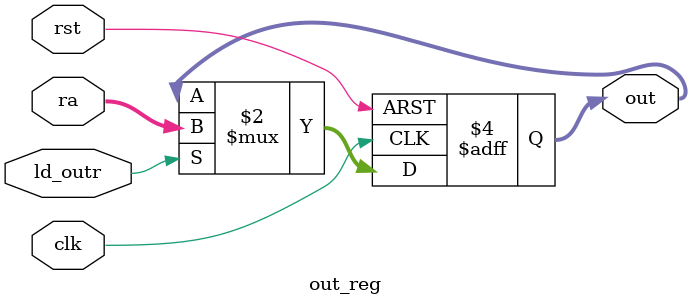
<source format=v>
/* 16bit Output Register (DFF) */

module out_reg (clk, rst, ra, ld_outr, out);
   input clk, rst;
   input ld_outr;
   input [15:0] ra;
   wire [15:0] 	ra;
   output [15:0] out;
   reg [15:0] 	 out;
   //wire	[15:0]	ir_out;
   
   always @(posedge rst or posedge clk) begin
      if (rst) begin
	 out <= 16'b0000_0000_0000_0000;
      end else if (ld_outr) begin
	 out <= ra;
      end
   end
endmodule

</source>
